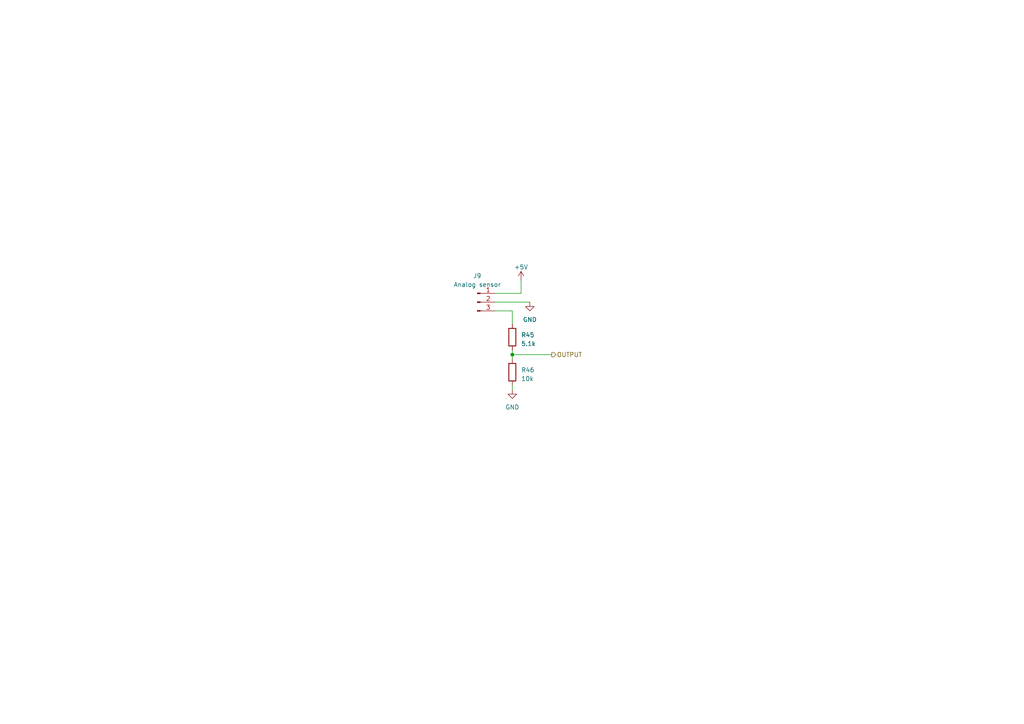
<source format=kicad_sch>
(kicad_sch (version 20250114) (generator "eeschema") (generator_version "9.0")
  (paper "A4")
  (lib_symbols
    (symbol "symbol_library:+5V" (power) (pin_names (offset 0))
      (property "Value" "+5V" (at 0 3.556 0))
      (symbol "+5V_0_1"
        (polyline (pts (xy -0.762 1.27) (xy 0 2.54)))
        (polyline (pts (xy 0 2.54) (xy 0.762 1.27)))
        (polyline (pts (xy 0 0) (xy 0 2.54)))
      )
      (symbol "+5V_1_1"
        (pin power_in line (at 0 0 90) (length 0) (hide yes) (name "+5V") (number "1"))
      )
    )
    (symbol "symbol_library:Conn_01x03_Pin" (pin_names (offset 1.016) (hide yes))
      (property "Reference" "J" (at 0 5.08 0))
      (property "Value" "Conn_01x03_Pin" (at 0 -5.08 0))
      (symbol "Conn_01x03_Pin_1_1"
        (rectangle (start 0.8636 2.667) (end 0 2.413) (stroke (width 0.1524)) (fill (type outline)))
        (rectangle (start 0.8636 0.127) (end 0 -0.127) (stroke (width 0.1524)) (fill (type outline)))
        (rectangle (start 0.8636 -2.413) (end 0 -2.667) (stroke (width 0.1524)) (fill (type outline)))
        (polyline (pts (xy 1.27 2.54) (xy 0.8636 2.54)) (stroke (width 0.1524)))
        (polyline (pts (xy 1.27 0) (xy 0.8636 0)) (stroke (width 0.1524)))
        (polyline (pts (xy 1.27 -2.54) (xy 0.8636 -2.54)) (stroke (width 0.1524)))
        (pin passive line (at 5.08 2.54 180) (length 3.81) (name "Pin_1") (number "1"))
        (pin passive line (at 5.08 0 180) (length 3.81) (name "Pin_2") (number "2"))
        (pin passive line (at 5.08 -2.54 180) (length 3.81) (name "Pin_3") (number "3"))
      )
    )
    (symbol "symbol_library:GND" (power) (pin_names (offset 0))
      (property "Value" "GND" (at 0 -3.81 0))
      (symbol "GND_0_1"
        (polyline (pts (xy 0 0) (xy 0 -1.27) (xy 1.27 -1.27) (xy 0 -2.54) (xy -1.27 -1.27) (xy 0 -1.27)))
      )
      (symbol "GND_1_1"
        (pin power_in line (at 0 0 270) (length 0) (hide yes) (name "GND") (number "1"))
      )
    )
    (symbol "symbol_library:R" (pin_numbers (hide yes)) (pin_names (offset 0))
      (property "Reference" "R" (at 2.032 0 90))
      (property "Value" "R" (at 0 0 90))
      (symbol "R_0_1"
        (rectangle (start -1.016 -2.54) (end 1.016 2.54) (stroke (width 0.254)))
      )
      (symbol "R_1_1"
        (pin passive line (at 0 3.81 270) (length 1.27) (name "~") (number "1"))
        (pin passive line (at 0 -3.81 90) (length 1.27) (name "~") (number "2"))
      )
    )
  )
  (junction (at 148.59 102.87))
  (wire (pts (xy 143.51 87.63) (xy 153.67 87.63)))
  (wire (pts (xy 148.59 93.98) (xy 148.59 90.17)))
  (wire (pts (xy 143.51 90.17) (xy 148.59 90.17)))
  (wire (pts (xy 143.51 85.09) (xy 151.13 85.09)))
  (wire (pts (xy 148.59 111.76) (xy 148.59 113.03)))
  (wire (pts (xy 148.59 101.6) (xy 148.59 102.87)))
  (wire (pts (xy 148.59 102.87) (xy 148.59 104.14)))
  (wire (pts (xy 148.59 102.87) (xy 160.02 102.87)))
  (wire (pts (xy 151.13 81.28) (xy 151.13 85.09)))
  (hierarchical_label "OUTPUT" (shape output) (at 160.02 102.87 0))
  (symbol (lib_id "symbol_library:GND") (at 153.67 87.63 0) (unit 1)
    (property "Reference" "#PWR080" (effects (hide yes)))
    (property "Value" "GND" (at 153.67 92.71 0))
    (instances (project "sumoV4" (path "" (reference "#PWR080") (unit 1)) (path "" (reference "#PWR0135") (unit 1))))
  )
  (symbol (lib_id "symbol_library:Conn_01x03_Pin") (at 138.43 87.63 0) (unit 1)
    (property "Reference" "J9" (at 138.43 80.01 0))
    (property "Value" "Analog sensor" (at 138.43 82.55 0))
    (property "Footprint" "Connector_JST:JST_XH_B3B-XH-A_1x03_P2.50mm_Vertical" (effects (hide yes)))
    (instances (project "sumoV4" (path "" (reference "J9") (unit 1)) (path "" (reference "J12") (unit 1))))
  )
  (symbol (lib_id "symbol_library:R") (at 148.59 97.79 0) (unit 1)
    (property "Reference" "R45" (at 151.13 97.155 0) (effects (justify left)))
    (property "Value" "5.1k" (at 151.13 99.695 0) (effects (justify left)))
    (property "Footprint" "Resistor_SMD:R_0603_1608Metric_Pad0.98x0.95mm_HandSolder" (effects (hide yes)))
    (instances (project "sumoV4" (path "" (reference "R45") (unit 1)) (path "" (reference "R76") (unit 1))))
  )
  (symbol (lib_id "symbol_library:+5V") (at 151.13 81.28 0) (unit 1)
    (property "Reference" "#PWR079" (effects (hide yes)))
    (property "Value" "+5V" (at 151.13 77.47 0))
    (instances (project "sumoV4" (path "" (reference "#PWR079") (unit 1)) (path "" (reference "#PWR0134") (unit 1))))
  )
  (symbol (lib_id "symbol_library:R") (at 148.59 107.95 0) (unit 1)
    (property "Reference" "R46" (at 151.13 107.315 0) (effects (justify left)))
    (property "Value" "10k" (at 151.13 109.855 0) (effects (justify left)))
    (property "Footprint" "Resistor_SMD:R_0603_1608Metric_Pad0.98x0.95mm_HandSolder" (effects (hide yes)))
    (instances (project "sumoV4" (path "" (reference "R46") (unit 1)) (path "" (reference "R77") (unit 1))))
  )
  (symbol (lib_id "symbol_library:GND") (at 148.59 113.03 0) (unit 1)
    (property "Reference" "#PWR081" (effects (hide yes)))
    (property "Value" "GND" (at 148.59 118.11 0))
    (instances (project "sumoV4" (path "" (reference "#PWR081") (unit 1)) (path "" (reference "#PWR0136") (unit 1))))
  )
)
</source>
